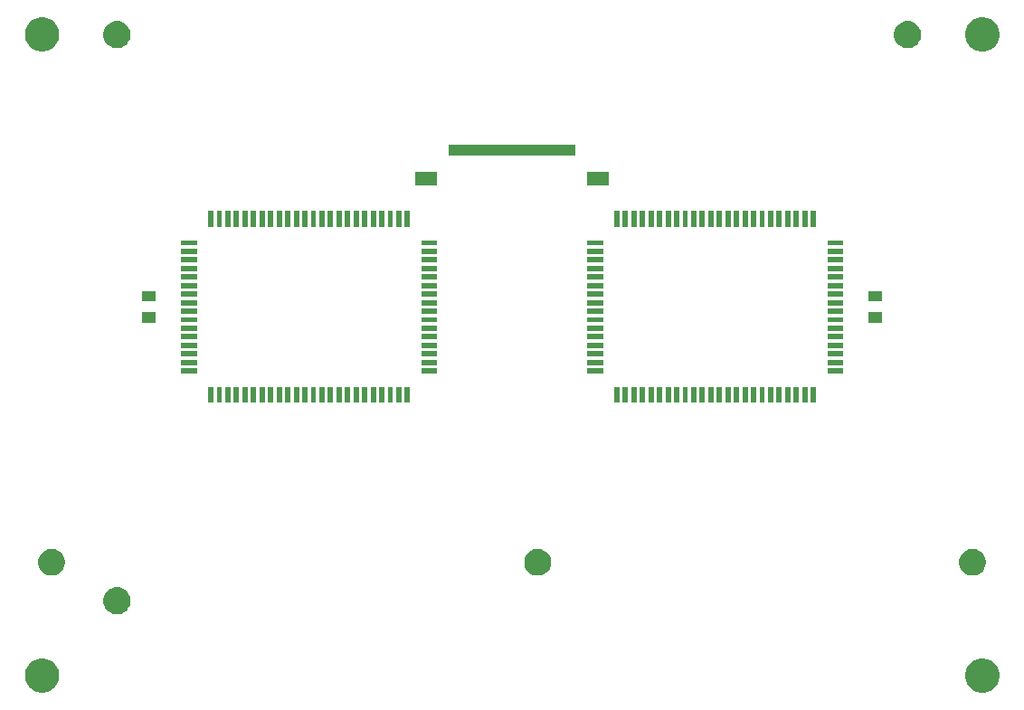
<source format=gbr>
G04 #@! TF.GenerationSoftware,KiCad,Pcbnew,5.0.2-bee76a0~70~ubuntu18.04.1*
G04 #@! TF.CreationDate,2020-07-02T17:28:08+02:00*
G04 #@! TF.ProjectId,ModulAdapter,4d6f6475-6c41-4646-9170-7465722e6b69,rev?*
G04 #@! TF.SameCoordinates,Original*
G04 #@! TF.FileFunction,Soldermask,Bot*
G04 #@! TF.FilePolarity,Negative*
%FSLAX46Y46*%
G04 Gerber Fmt 4.6, Leading zero omitted, Abs format (unit mm)*
G04 Created by KiCad (PCBNEW 5.0.2-bee76a0~70~ubuntu18.04.1) date Do 02 Jul 2020 17:28:08 CEST*
%MOMM*%
%LPD*%
G01*
G04 APERTURE LIST*
%ADD10C,0.100000*%
G04 APERTURE END LIST*
D10*
G36*
X144466703Y-132461486D02*
X144757883Y-132582097D01*
X145019944Y-132757201D01*
X145242799Y-132980056D01*
X145417903Y-133242117D01*
X145538514Y-133533297D01*
X145600000Y-133842412D01*
X145600000Y-134157588D01*
X145538514Y-134466703D01*
X145417903Y-134757883D01*
X145242799Y-135019944D01*
X145019944Y-135242799D01*
X144757883Y-135417903D01*
X144466703Y-135538514D01*
X144157588Y-135600000D01*
X143842412Y-135600000D01*
X143533297Y-135538514D01*
X143242117Y-135417903D01*
X142980056Y-135242799D01*
X142757201Y-135019944D01*
X142582097Y-134757883D01*
X142461486Y-134466703D01*
X142400000Y-134157588D01*
X142400000Y-133842412D01*
X142461486Y-133533297D01*
X142582097Y-133242117D01*
X142757201Y-132980056D01*
X142980056Y-132757201D01*
X143242117Y-132582097D01*
X143533297Y-132461486D01*
X143842412Y-132400000D01*
X144157588Y-132400000D01*
X144466703Y-132461486D01*
X144466703Y-132461486D01*
G37*
G36*
X56466703Y-132461486D02*
X56757883Y-132582097D01*
X57019944Y-132757201D01*
X57242799Y-132980056D01*
X57417903Y-133242117D01*
X57538514Y-133533297D01*
X57600000Y-133842412D01*
X57600000Y-134157588D01*
X57538514Y-134466703D01*
X57417903Y-134757883D01*
X57242799Y-135019944D01*
X57019944Y-135242799D01*
X56757883Y-135417903D01*
X56466703Y-135538514D01*
X56157588Y-135600000D01*
X55842412Y-135600000D01*
X55533297Y-135538514D01*
X55242117Y-135417903D01*
X54980056Y-135242799D01*
X54757201Y-135019944D01*
X54582097Y-134757883D01*
X54461486Y-134466703D01*
X54400000Y-134157588D01*
X54400000Y-133842412D01*
X54461486Y-133533297D01*
X54582097Y-133242117D01*
X54757201Y-132980056D01*
X54980056Y-132757201D01*
X55242117Y-132582097D01*
X55533297Y-132461486D01*
X55842412Y-132400000D01*
X56157588Y-132400000D01*
X56466703Y-132461486D01*
X56466703Y-132461486D01*
G37*
G36*
X63247764Y-125754402D02*
X63370445Y-125778805D01*
X63601571Y-125874541D01*
X63809581Y-126013529D01*
X63986471Y-126190419D01*
X63986473Y-126190422D01*
X64125459Y-126398429D01*
X64221195Y-126629555D01*
X64270000Y-126874916D01*
X64270000Y-127125084D01*
X64221195Y-127370445D01*
X64125459Y-127601571D01*
X63986471Y-127809581D01*
X63809581Y-127986471D01*
X63809578Y-127986473D01*
X63601571Y-128125459D01*
X63370445Y-128221195D01*
X63247765Y-128245597D01*
X63125086Y-128270000D01*
X62874914Y-128270000D01*
X62752235Y-128245597D01*
X62629555Y-128221195D01*
X62398429Y-128125459D01*
X62190422Y-127986473D01*
X62190419Y-127986471D01*
X62013529Y-127809581D01*
X61874541Y-127601571D01*
X61778805Y-127370445D01*
X61730000Y-127125084D01*
X61730000Y-126874916D01*
X61778805Y-126629555D01*
X61874541Y-126398429D01*
X62013527Y-126190422D01*
X62013529Y-126190419D01*
X62190419Y-126013529D01*
X62398429Y-125874541D01*
X62629555Y-125778805D01*
X62752236Y-125754402D01*
X62874914Y-125730000D01*
X63125086Y-125730000D01*
X63247764Y-125754402D01*
X63247764Y-125754402D01*
G37*
G36*
X57264612Y-122198037D02*
X57492096Y-122292264D01*
X57696831Y-122429064D01*
X57870936Y-122603169D01*
X58007736Y-122807904D01*
X58101963Y-123035388D01*
X58150000Y-123276885D01*
X58150000Y-123523115D01*
X58101963Y-123764612D01*
X58007736Y-123992096D01*
X57870936Y-124196831D01*
X57696831Y-124370936D01*
X57492096Y-124507736D01*
X57264612Y-124601963D01*
X57023115Y-124650000D01*
X56776885Y-124650000D01*
X56535388Y-124601963D01*
X56307904Y-124507736D01*
X56103169Y-124370936D01*
X55929064Y-124196831D01*
X55792264Y-123992096D01*
X55698037Y-123764612D01*
X55650000Y-123523115D01*
X55650000Y-123276885D01*
X55698037Y-123035388D01*
X55792264Y-122807904D01*
X55929064Y-122603169D01*
X56103169Y-122429064D01*
X56307904Y-122292264D01*
X56535388Y-122198037D01*
X56776885Y-122150000D01*
X57023115Y-122150000D01*
X57264612Y-122198037D01*
X57264612Y-122198037D01*
G37*
G36*
X143464612Y-122198037D02*
X143692096Y-122292264D01*
X143896831Y-122429064D01*
X144070936Y-122603169D01*
X144207736Y-122807904D01*
X144301963Y-123035388D01*
X144350000Y-123276885D01*
X144350000Y-123523115D01*
X144301963Y-123764612D01*
X144207736Y-123992096D01*
X144070936Y-124196831D01*
X143896831Y-124370936D01*
X143692096Y-124507736D01*
X143464612Y-124601963D01*
X143223115Y-124650000D01*
X142976885Y-124650000D01*
X142735388Y-124601963D01*
X142507904Y-124507736D01*
X142303169Y-124370936D01*
X142129064Y-124196831D01*
X141992264Y-123992096D01*
X141898037Y-123764612D01*
X141850000Y-123523115D01*
X141850000Y-123276885D01*
X141898037Y-123035388D01*
X141992264Y-122807904D01*
X142129064Y-122603169D01*
X142303169Y-122429064D01*
X142507904Y-122292264D01*
X142735388Y-122198037D01*
X142976885Y-122150000D01*
X143223115Y-122150000D01*
X143464612Y-122198037D01*
X143464612Y-122198037D01*
G37*
G36*
X102764612Y-122198037D02*
X102992096Y-122292264D01*
X103196831Y-122429064D01*
X103370936Y-122603169D01*
X103507736Y-122807904D01*
X103601963Y-123035388D01*
X103650000Y-123276885D01*
X103650000Y-123523115D01*
X103601963Y-123764612D01*
X103507736Y-123992096D01*
X103370936Y-124196831D01*
X103196831Y-124370936D01*
X102992096Y-124507736D01*
X102764612Y-124601963D01*
X102523115Y-124650000D01*
X102276885Y-124650000D01*
X102035388Y-124601963D01*
X101807904Y-124507736D01*
X101603169Y-124370936D01*
X101429064Y-124196831D01*
X101292264Y-123992096D01*
X101198037Y-123764612D01*
X101150000Y-123523115D01*
X101150000Y-123276885D01*
X101198037Y-123035388D01*
X101292264Y-122807904D01*
X101429064Y-122603169D01*
X101603169Y-122429064D01*
X101807904Y-122292264D01*
X102035388Y-122198037D01*
X102276885Y-122150000D01*
X102523115Y-122150000D01*
X102764612Y-122198037D01*
X102764612Y-122198037D01*
G37*
G36*
X113250000Y-108480000D02*
X112750000Y-108480000D01*
X112750000Y-107000000D01*
X113250000Y-107000000D01*
X113250000Y-108480000D01*
X113250000Y-108480000D01*
G37*
G36*
X86450000Y-108480000D02*
X85950000Y-108480000D01*
X85950000Y-107000000D01*
X86450000Y-107000000D01*
X86450000Y-108480000D01*
X86450000Y-108480000D01*
G37*
G36*
X112450000Y-108480000D02*
X111950000Y-108480000D01*
X111950000Y-107000000D01*
X112450000Y-107000000D01*
X112450000Y-108480000D01*
X112450000Y-108480000D01*
G37*
G36*
X111650000Y-108480000D02*
X111150000Y-108480000D01*
X111150000Y-107000000D01*
X111650000Y-107000000D01*
X111650000Y-108480000D01*
X111650000Y-108480000D01*
G37*
G36*
X110850000Y-108480000D02*
X110350000Y-108480000D01*
X110350000Y-107000000D01*
X110850000Y-107000000D01*
X110850000Y-108480000D01*
X110850000Y-108480000D01*
G37*
G36*
X110050000Y-108480000D02*
X109550000Y-108480000D01*
X109550000Y-107000000D01*
X110050000Y-107000000D01*
X110050000Y-108480000D01*
X110050000Y-108480000D01*
G37*
G36*
X90450000Y-108480000D02*
X89950000Y-108480000D01*
X89950000Y-107000000D01*
X90450000Y-107000000D01*
X90450000Y-108480000D01*
X90450000Y-108480000D01*
G37*
G36*
X89650000Y-108480000D02*
X89150000Y-108480000D01*
X89150000Y-107000000D01*
X89650000Y-107000000D01*
X89650000Y-108480000D01*
X89650000Y-108480000D01*
G37*
G36*
X88850000Y-108480000D02*
X88350000Y-108480000D01*
X88350000Y-107000000D01*
X88850000Y-107000000D01*
X88850000Y-108480000D01*
X88850000Y-108480000D01*
G37*
G36*
X88050000Y-108480000D02*
X87550000Y-108480000D01*
X87550000Y-107000000D01*
X88050000Y-107000000D01*
X88050000Y-108480000D01*
X88050000Y-108480000D01*
G37*
G36*
X87250000Y-108480000D02*
X86750000Y-108480000D01*
X86750000Y-107000000D01*
X87250000Y-107000000D01*
X87250000Y-108480000D01*
X87250000Y-108480000D01*
G37*
G36*
X117250000Y-108480000D02*
X116750000Y-108480000D01*
X116750000Y-107000000D01*
X117250000Y-107000000D01*
X117250000Y-108480000D01*
X117250000Y-108480000D01*
G37*
G36*
X125250000Y-108480000D02*
X124750000Y-108480000D01*
X124750000Y-107000000D01*
X125250000Y-107000000D01*
X125250000Y-108480000D01*
X125250000Y-108480000D01*
G37*
G36*
X114850000Y-108480000D02*
X114350000Y-108480000D01*
X114350000Y-107000000D01*
X114850000Y-107000000D01*
X114850000Y-108480000D01*
X114850000Y-108480000D01*
G37*
G36*
X115650000Y-108480000D02*
X115150000Y-108480000D01*
X115150000Y-107000000D01*
X115650000Y-107000000D01*
X115650000Y-108480000D01*
X115650000Y-108480000D01*
G37*
G36*
X116450000Y-108480000D02*
X115950000Y-108480000D01*
X115950000Y-107000000D01*
X116450000Y-107000000D01*
X116450000Y-108480000D01*
X116450000Y-108480000D01*
G37*
G36*
X118050000Y-108480000D02*
X117550000Y-108480000D01*
X117550000Y-107000000D01*
X118050000Y-107000000D01*
X118050000Y-108480000D01*
X118050000Y-108480000D01*
G37*
G36*
X118850000Y-108480000D02*
X118350000Y-108480000D01*
X118350000Y-107000000D01*
X118850000Y-107000000D01*
X118850000Y-108480000D01*
X118850000Y-108480000D01*
G37*
G36*
X119650000Y-108480000D02*
X119150000Y-108480000D01*
X119150000Y-107000000D01*
X119650000Y-107000000D01*
X119650000Y-108480000D01*
X119650000Y-108480000D01*
G37*
G36*
X120450000Y-108480000D02*
X119950000Y-108480000D01*
X119950000Y-107000000D01*
X120450000Y-107000000D01*
X120450000Y-108480000D01*
X120450000Y-108480000D01*
G37*
G36*
X121250000Y-108480000D02*
X120750000Y-108480000D01*
X120750000Y-107000000D01*
X121250000Y-107000000D01*
X121250000Y-108480000D01*
X121250000Y-108480000D01*
G37*
G36*
X122050000Y-108480000D02*
X121550000Y-108480000D01*
X121550000Y-107000000D01*
X122050000Y-107000000D01*
X122050000Y-108480000D01*
X122050000Y-108480000D01*
G37*
G36*
X122850000Y-108480000D02*
X122350000Y-108480000D01*
X122350000Y-107000000D01*
X122850000Y-107000000D01*
X122850000Y-108480000D01*
X122850000Y-108480000D01*
G37*
G36*
X123650000Y-108480000D02*
X123150000Y-108480000D01*
X123150000Y-107000000D01*
X123650000Y-107000000D01*
X123650000Y-108480000D01*
X123650000Y-108480000D01*
G37*
G36*
X80050000Y-108480000D02*
X79550000Y-108480000D01*
X79550000Y-107000000D01*
X80050000Y-107000000D01*
X80050000Y-108480000D01*
X80050000Y-108480000D01*
G37*
G36*
X85650000Y-108480000D02*
X85150000Y-108480000D01*
X85150000Y-107000000D01*
X85650000Y-107000000D01*
X85650000Y-108480000D01*
X85650000Y-108480000D01*
G37*
G36*
X76850000Y-108480000D02*
X76350000Y-108480000D01*
X76350000Y-107000000D01*
X76850000Y-107000000D01*
X76850000Y-108480000D01*
X76850000Y-108480000D01*
G37*
G36*
X80850000Y-108480000D02*
X80350000Y-108480000D01*
X80350000Y-107000000D01*
X80850000Y-107000000D01*
X80850000Y-108480000D01*
X80850000Y-108480000D01*
G37*
G36*
X81650000Y-108480000D02*
X81150000Y-108480000D01*
X81150000Y-107000000D01*
X81650000Y-107000000D01*
X81650000Y-108480000D01*
X81650000Y-108480000D01*
G37*
G36*
X82450000Y-108480000D02*
X81950000Y-108480000D01*
X81950000Y-107000000D01*
X82450000Y-107000000D01*
X82450000Y-108480000D01*
X82450000Y-108480000D01*
G37*
G36*
X83250000Y-108480000D02*
X82750000Y-108480000D01*
X82750000Y-107000000D01*
X83250000Y-107000000D01*
X83250000Y-108480000D01*
X83250000Y-108480000D01*
G37*
G36*
X128450000Y-108480000D02*
X127950000Y-108480000D01*
X127950000Y-107000000D01*
X128450000Y-107000000D01*
X128450000Y-108480000D01*
X128450000Y-108480000D01*
G37*
G36*
X127650000Y-108480000D02*
X127150000Y-108480000D01*
X127150000Y-107000000D01*
X127650000Y-107000000D01*
X127650000Y-108480000D01*
X127650000Y-108480000D01*
G37*
G36*
X126850000Y-108480000D02*
X126350000Y-108480000D01*
X126350000Y-107000000D01*
X126850000Y-107000000D01*
X126850000Y-108480000D01*
X126850000Y-108480000D01*
G37*
G36*
X126050000Y-108480000D02*
X125550000Y-108480000D01*
X125550000Y-107000000D01*
X126050000Y-107000000D01*
X126050000Y-108480000D01*
X126050000Y-108480000D01*
G37*
G36*
X79250000Y-108480000D02*
X78750000Y-108480000D01*
X78750000Y-107000000D01*
X79250000Y-107000000D01*
X79250000Y-108480000D01*
X79250000Y-108480000D01*
G37*
G36*
X72050000Y-108480000D02*
X71550000Y-108480000D01*
X71550000Y-107000000D01*
X72050000Y-107000000D01*
X72050000Y-108480000D01*
X72050000Y-108480000D01*
G37*
G36*
X84850000Y-108480000D02*
X84350000Y-108480000D01*
X84350000Y-107000000D01*
X84850000Y-107000000D01*
X84850000Y-108480000D01*
X84850000Y-108480000D01*
G37*
G36*
X114050000Y-108480000D02*
X113550000Y-108480000D01*
X113550000Y-107000000D01*
X114050000Y-107000000D01*
X114050000Y-108480000D01*
X114050000Y-108480000D01*
G37*
G36*
X84050000Y-108480000D02*
X83550000Y-108480000D01*
X83550000Y-107000000D01*
X84050000Y-107000000D01*
X84050000Y-108480000D01*
X84050000Y-108480000D01*
G37*
G36*
X78450000Y-108480000D02*
X77950000Y-108480000D01*
X77950000Y-107000000D01*
X78450000Y-107000000D01*
X78450000Y-108480000D01*
X78450000Y-108480000D01*
G37*
G36*
X72850000Y-108480000D02*
X72350000Y-108480000D01*
X72350000Y-107000000D01*
X72850000Y-107000000D01*
X72850000Y-108480000D01*
X72850000Y-108480000D01*
G37*
G36*
X73650000Y-108480000D02*
X73150000Y-108480000D01*
X73150000Y-107000000D01*
X73650000Y-107000000D01*
X73650000Y-108480000D01*
X73650000Y-108480000D01*
G37*
G36*
X74450000Y-108480000D02*
X73950000Y-108480000D01*
X73950000Y-107000000D01*
X74450000Y-107000000D01*
X74450000Y-108480000D01*
X74450000Y-108480000D01*
G37*
G36*
X75250000Y-108480000D02*
X74750000Y-108480000D01*
X74750000Y-107000000D01*
X75250000Y-107000000D01*
X75250000Y-108480000D01*
X75250000Y-108480000D01*
G37*
G36*
X76050000Y-108480000D02*
X75550000Y-108480000D01*
X75550000Y-107000000D01*
X76050000Y-107000000D01*
X76050000Y-108480000D01*
X76050000Y-108480000D01*
G37*
G36*
X124450000Y-108480000D02*
X123950000Y-108480000D01*
X123950000Y-107000000D01*
X124450000Y-107000000D01*
X124450000Y-108480000D01*
X124450000Y-108480000D01*
G37*
G36*
X77650000Y-108480000D02*
X77150000Y-108480000D01*
X77150000Y-107000000D01*
X77650000Y-107000000D01*
X77650000Y-108480000D01*
X77650000Y-108480000D01*
G37*
G36*
X108500000Y-105750000D02*
X107020000Y-105750000D01*
X107020000Y-105250000D01*
X108500000Y-105250000D01*
X108500000Y-105750000D01*
X108500000Y-105750000D01*
G37*
G36*
X92980000Y-105750000D02*
X91500000Y-105750000D01*
X91500000Y-105250000D01*
X92980000Y-105250000D01*
X92980000Y-105750000D01*
X92980000Y-105750000D01*
G37*
G36*
X130980000Y-105750000D02*
X129500000Y-105750000D01*
X129500000Y-105250000D01*
X130980000Y-105250000D01*
X130980000Y-105750000D01*
X130980000Y-105750000D01*
G37*
G36*
X70500000Y-105750000D02*
X69020000Y-105750000D01*
X69020000Y-105250000D01*
X70500000Y-105250000D01*
X70500000Y-105750000D01*
X70500000Y-105750000D01*
G37*
G36*
X108500000Y-104950000D02*
X107020000Y-104950000D01*
X107020000Y-104450000D01*
X108500000Y-104450000D01*
X108500000Y-104950000D01*
X108500000Y-104950000D01*
G37*
G36*
X130980000Y-104950000D02*
X129500000Y-104950000D01*
X129500000Y-104450000D01*
X130980000Y-104450000D01*
X130980000Y-104950000D01*
X130980000Y-104950000D01*
G37*
G36*
X70500000Y-104950000D02*
X69020000Y-104950000D01*
X69020000Y-104450000D01*
X70500000Y-104450000D01*
X70500000Y-104950000D01*
X70500000Y-104950000D01*
G37*
G36*
X92980000Y-104950000D02*
X91500000Y-104950000D01*
X91500000Y-104450000D01*
X92980000Y-104450000D01*
X92980000Y-104950000D01*
X92980000Y-104950000D01*
G37*
G36*
X70500000Y-104150000D02*
X69020000Y-104150000D01*
X69020000Y-103650000D01*
X70500000Y-103650000D01*
X70500000Y-104150000D01*
X70500000Y-104150000D01*
G37*
G36*
X130980000Y-104150000D02*
X129500000Y-104150000D01*
X129500000Y-103650000D01*
X130980000Y-103650000D01*
X130980000Y-104150000D01*
X130980000Y-104150000D01*
G37*
G36*
X92980000Y-104150000D02*
X91500000Y-104150000D01*
X91500000Y-103650000D01*
X92980000Y-103650000D01*
X92980000Y-104150000D01*
X92980000Y-104150000D01*
G37*
G36*
X108500000Y-104150000D02*
X107020000Y-104150000D01*
X107020000Y-103650000D01*
X108500000Y-103650000D01*
X108500000Y-104150000D01*
X108500000Y-104150000D01*
G37*
G36*
X108500000Y-103350000D02*
X107020000Y-103350000D01*
X107020000Y-102850000D01*
X108500000Y-102850000D01*
X108500000Y-103350000D01*
X108500000Y-103350000D01*
G37*
G36*
X70500000Y-103350000D02*
X69020000Y-103350000D01*
X69020000Y-102850000D01*
X70500000Y-102850000D01*
X70500000Y-103350000D01*
X70500000Y-103350000D01*
G37*
G36*
X92980000Y-103350000D02*
X91500000Y-103350000D01*
X91500000Y-102850000D01*
X92980000Y-102850000D01*
X92980000Y-103350000D01*
X92980000Y-103350000D01*
G37*
G36*
X130980000Y-103350000D02*
X129500000Y-103350000D01*
X129500000Y-102850000D01*
X130980000Y-102850000D01*
X130980000Y-103350000D01*
X130980000Y-103350000D01*
G37*
G36*
X108500000Y-102550000D02*
X107020000Y-102550000D01*
X107020000Y-102050000D01*
X108500000Y-102050000D01*
X108500000Y-102550000D01*
X108500000Y-102550000D01*
G37*
G36*
X92980000Y-102550000D02*
X91500000Y-102550000D01*
X91500000Y-102050000D01*
X92980000Y-102050000D01*
X92980000Y-102550000D01*
X92980000Y-102550000D01*
G37*
G36*
X70500000Y-102550000D02*
X69020000Y-102550000D01*
X69020000Y-102050000D01*
X70500000Y-102050000D01*
X70500000Y-102550000D01*
X70500000Y-102550000D01*
G37*
G36*
X130980000Y-102550000D02*
X129500000Y-102550000D01*
X129500000Y-102050000D01*
X130980000Y-102050000D01*
X130980000Y-102550000D01*
X130980000Y-102550000D01*
G37*
G36*
X130980000Y-101750000D02*
X129500000Y-101750000D01*
X129500000Y-101250000D01*
X130980000Y-101250000D01*
X130980000Y-101750000D01*
X130980000Y-101750000D01*
G37*
G36*
X92980000Y-101750000D02*
X91500000Y-101750000D01*
X91500000Y-101250000D01*
X92980000Y-101250000D01*
X92980000Y-101750000D01*
X92980000Y-101750000D01*
G37*
G36*
X108500000Y-101750000D02*
X107020000Y-101750000D01*
X107020000Y-101250000D01*
X108500000Y-101250000D01*
X108500000Y-101750000D01*
X108500000Y-101750000D01*
G37*
G36*
X70500000Y-101750000D02*
X69020000Y-101750000D01*
X69020000Y-101250000D01*
X70500000Y-101250000D01*
X70500000Y-101750000D01*
X70500000Y-101750000D01*
G37*
G36*
X66625000Y-101000000D02*
X65375000Y-101000000D01*
X65375000Y-100000000D01*
X66625000Y-100000000D01*
X66625000Y-101000000D01*
X66625000Y-101000000D01*
G37*
G36*
X134625000Y-101000000D02*
X133375000Y-101000000D01*
X133375000Y-100000000D01*
X134625000Y-100000000D01*
X134625000Y-101000000D01*
X134625000Y-101000000D01*
G37*
G36*
X70500000Y-100950000D02*
X69020000Y-100950000D01*
X69020000Y-100450000D01*
X70500000Y-100450000D01*
X70500000Y-100950000D01*
X70500000Y-100950000D01*
G37*
G36*
X92980000Y-100950000D02*
X91500000Y-100950000D01*
X91500000Y-100450000D01*
X92980000Y-100450000D01*
X92980000Y-100950000D01*
X92980000Y-100950000D01*
G37*
G36*
X130980000Y-100950000D02*
X129500000Y-100950000D01*
X129500000Y-100450000D01*
X130980000Y-100450000D01*
X130980000Y-100950000D01*
X130980000Y-100950000D01*
G37*
G36*
X108500000Y-100950000D02*
X107020000Y-100950000D01*
X107020000Y-100450000D01*
X108500000Y-100450000D01*
X108500000Y-100950000D01*
X108500000Y-100950000D01*
G37*
G36*
X108500000Y-100150000D02*
X107020000Y-100150000D01*
X107020000Y-99650000D01*
X108500000Y-99650000D01*
X108500000Y-100150000D01*
X108500000Y-100150000D01*
G37*
G36*
X130980000Y-100150000D02*
X129500000Y-100150000D01*
X129500000Y-99650000D01*
X130980000Y-99650000D01*
X130980000Y-100150000D01*
X130980000Y-100150000D01*
G37*
G36*
X70500000Y-100150000D02*
X69020000Y-100150000D01*
X69020000Y-99650000D01*
X70500000Y-99650000D01*
X70500000Y-100150000D01*
X70500000Y-100150000D01*
G37*
G36*
X92980000Y-100150000D02*
X91500000Y-100150000D01*
X91500000Y-99650000D01*
X92980000Y-99650000D01*
X92980000Y-100150000D01*
X92980000Y-100150000D01*
G37*
G36*
X130980000Y-99350000D02*
X129500000Y-99350000D01*
X129500000Y-98850000D01*
X130980000Y-98850000D01*
X130980000Y-99350000D01*
X130980000Y-99350000D01*
G37*
G36*
X70500000Y-99350000D02*
X69020000Y-99350000D01*
X69020000Y-98850000D01*
X70500000Y-98850000D01*
X70500000Y-99350000D01*
X70500000Y-99350000D01*
G37*
G36*
X108500000Y-99350000D02*
X107020000Y-99350000D01*
X107020000Y-98850000D01*
X108500000Y-98850000D01*
X108500000Y-99350000D01*
X108500000Y-99350000D01*
G37*
G36*
X92980000Y-99350000D02*
X91500000Y-99350000D01*
X91500000Y-98850000D01*
X92980000Y-98850000D01*
X92980000Y-99350000D01*
X92980000Y-99350000D01*
G37*
G36*
X66625000Y-99000000D02*
X65375000Y-99000000D01*
X65375000Y-98000000D01*
X66625000Y-98000000D01*
X66625000Y-99000000D01*
X66625000Y-99000000D01*
G37*
G36*
X134625000Y-99000000D02*
X133375000Y-99000000D01*
X133375000Y-98000000D01*
X134625000Y-98000000D01*
X134625000Y-99000000D01*
X134625000Y-99000000D01*
G37*
G36*
X130980000Y-98550000D02*
X129500000Y-98550000D01*
X129500000Y-98050000D01*
X130980000Y-98050000D01*
X130980000Y-98550000D01*
X130980000Y-98550000D01*
G37*
G36*
X70500000Y-98550000D02*
X69020000Y-98550000D01*
X69020000Y-98050000D01*
X70500000Y-98050000D01*
X70500000Y-98550000D01*
X70500000Y-98550000D01*
G37*
G36*
X92980000Y-98550000D02*
X91500000Y-98550000D01*
X91500000Y-98050000D01*
X92980000Y-98050000D01*
X92980000Y-98550000D01*
X92980000Y-98550000D01*
G37*
G36*
X108500000Y-98550000D02*
X107020000Y-98550000D01*
X107020000Y-98050000D01*
X108500000Y-98050000D01*
X108500000Y-98550000D01*
X108500000Y-98550000D01*
G37*
G36*
X130980000Y-97750000D02*
X129500000Y-97750000D01*
X129500000Y-97250000D01*
X130980000Y-97250000D01*
X130980000Y-97750000D01*
X130980000Y-97750000D01*
G37*
G36*
X70500000Y-97750000D02*
X69020000Y-97750000D01*
X69020000Y-97250000D01*
X70500000Y-97250000D01*
X70500000Y-97750000D01*
X70500000Y-97750000D01*
G37*
G36*
X108500000Y-97750000D02*
X107020000Y-97750000D01*
X107020000Y-97250000D01*
X108500000Y-97250000D01*
X108500000Y-97750000D01*
X108500000Y-97750000D01*
G37*
G36*
X92980000Y-97750000D02*
X91500000Y-97750000D01*
X91500000Y-97250000D01*
X92980000Y-97250000D01*
X92980000Y-97750000D01*
X92980000Y-97750000D01*
G37*
G36*
X130980000Y-96950000D02*
X129500000Y-96950000D01*
X129500000Y-96450000D01*
X130980000Y-96450000D01*
X130980000Y-96950000D01*
X130980000Y-96950000D01*
G37*
G36*
X70500000Y-96950000D02*
X69020000Y-96950000D01*
X69020000Y-96450000D01*
X70500000Y-96450000D01*
X70500000Y-96950000D01*
X70500000Y-96950000D01*
G37*
G36*
X108500000Y-96950000D02*
X107020000Y-96950000D01*
X107020000Y-96450000D01*
X108500000Y-96450000D01*
X108500000Y-96950000D01*
X108500000Y-96950000D01*
G37*
G36*
X92980000Y-96950000D02*
X91500000Y-96950000D01*
X91500000Y-96450000D01*
X92980000Y-96450000D01*
X92980000Y-96950000D01*
X92980000Y-96950000D01*
G37*
G36*
X130980000Y-96150000D02*
X129500000Y-96150000D01*
X129500000Y-95650000D01*
X130980000Y-95650000D01*
X130980000Y-96150000D01*
X130980000Y-96150000D01*
G37*
G36*
X92980000Y-96150000D02*
X91500000Y-96150000D01*
X91500000Y-95650000D01*
X92980000Y-95650000D01*
X92980000Y-96150000D01*
X92980000Y-96150000D01*
G37*
G36*
X70500000Y-96150000D02*
X69020000Y-96150000D01*
X69020000Y-95650000D01*
X70500000Y-95650000D01*
X70500000Y-96150000D01*
X70500000Y-96150000D01*
G37*
G36*
X108500000Y-96150000D02*
X107020000Y-96150000D01*
X107020000Y-95650000D01*
X108500000Y-95650000D01*
X108500000Y-96150000D01*
X108500000Y-96150000D01*
G37*
G36*
X108500000Y-95350000D02*
X107020000Y-95350000D01*
X107020000Y-94850000D01*
X108500000Y-94850000D01*
X108500000Y-95350000D01*
X108500000Y-95350000D01*
G37*
G36*
X130980000Y-95350000D02*
X129500000Y-95350000D01*
X129500000Y-94850000D01*
X130980000Y-94850000D01*
X130980000Y-95350000D01*
X130980000Y-95350000D01*
G37*
G36*
X92980000Y-95350000D02*
X91500000Y-95350000D01*
X91500000Y-94850000D01*
X92980000Y-94850000D01*
X92980000Y-95350000D01*
X92980000Y-95350000D01*
G37*
G36*
X70500000Y-95350000D02*
X69020000Y-95350000D01*
X69020000Y-94850000D01*
X70500000Y-94850000D01*
X70500000Y-95350000D01*
X70500000Y-95350000D01*
G37*
G36*
X70500000Y-94550000D02*
X69020000Y-94550000D01*
X69020000Y-94050000D01*
X70500000Y-94050000D01*
X70500000Y-94550000D01*
X70500000Y-94550000D01*
G37*
G36*
X130980000Y-94550000D02*
X129500000Y-94550000D01*
X129500000Y-94050000D01*
X130980000Y-94050000D01*
X130980000Y-94550000D01*
X130980000Y-94550000D01*
G37*
G36*
X108500000Y-94550000D02*
X107020000Y-94550000D01*
X107020000Y-94050000D01*
X108500000Y-94050000D01*
X108500000Y-94550000D01*
X108500000Y-94550000D01*
G37*
G36*
X92980000Y-94550000D02*
X91500000Y-94550000D01*
X91500000Y-94050000D01*
X92980000Y-94050000D01*
X92980000Y-94550000D01*
X92980000Y-94550000D01*
G37*
G36*
X130980000Y-93750000D02*
X129500000Y-93750000D01*
X129500000Y-93250000D01*
X130980000Y-93250000D01*
X130980000Y-93750000D01*
X130980000Y-93750000D01*
G37*
G36*
X92980000Y-93750000D02*
X91500000Y-93750000D01*
X91500000Y-93250000D01*
X92980000Y-93250000D01*
X92980000Y-93750000D01*
X92980000Y-93750000D01*
G37*
G36*
X70500000Y-93750000D02*
X69020000Y-93750000D01*
X69020000Y-93250000D01*
X70500000Y-93250000D01*
X70500000Y-93750000D01*
X70500000Y-93750000D01*
G37*
G36*
X108500000Y-93750000D02*
X107020000Y-93750000D01*
X107020000Y-93250000D01*
X108500000Y-93250000D01*
X108500000Y-93750000D01*
X108500000Y-93750000D01*
G37*
G36*
X113250000Y-92000000D02*
X112750000Y-92000000D01*
X112750000Y-90520000D01*
X113250000Y-90520000D01*
X113250000Y-92000000D01*
X113250000Y-92000000D01*
G37*
G36*
X112450000Y-92000000D02*
X111950000Y-92000000D01*
X111950000Y-90520000D01*
X112450000Y-90520000D01*
X112450000Y-92000000D01*
X112450000Y-92000000D01*
G37*
G36*
X111650000Y-92000000D02*
X111150000Y-92000000D01*
X111150000Y-90520000D01*
X111650000Y-90520000D01*
X111650000Y-92000000D01*
X111650000Y-92000000D01*
G37*
G36*
X110850000Y-92000000D02*
X110350000Y-92000000D01*
X110350000Y-90520000D01*
X110850000Y-90520000D01*
X110850000Y-92000000D01*
X110850000Y-92000000D01*
G37*
G36*
X110050000Y-92000000D02*
X109550000Y-92000000D01*
X109550000Y-90520000D01*
X110050000Y-90520000D01*
X110050000Y-92000000D01*
X110050000Y-92000000D01*
G37*
G36*
X114050000Y-92000000D02*
X113550000Y-92000000D01*
X113550000Y-90520000D01*
X114050000Y-90520000D01*
X114050000Y-92000000D01*
X114050000Y-92000000D01*
G37*
G36*
X121250000Y-92000000D02*
X120750000Y-92000000D01*
X120750000Y-90520000D01*
X121250000Y-90520000D01*
X121250000Y-92000000D01*
X121250000Y-92000000D01*
G37*
G36*
X128450000Y-92000000D02*
X127950000Y-92000000D01*
X127950000Y-90520000D01*
X128450000Y-90520000D01*
X128450000Y-92000000D01*
X128450000Y-92000000D01*
G37*
G36*
X127650000Y-92000000D02*
X127150000Y-92000000D01*
X127150000Y-90520000D01*
X127650000Y-90520000D01*
X127650000Y-92000000D01*
X127650000Y-92000000D01*
G37*
G36*
X126850000Y-92000000D02*
X126350000Y-92000000D01*
X126350000Y-90520000D01*
X126850000Y-90520000D01*
X126850000Y-92000000D01*
X126850000Y-92000000D01*
G37*
G36*
X126050000Y-92000000D02*
X125550000Y-92000000D01*
X125550000Y-90520000D01*
X126050000Y-90520000D01*
X126050000Y-92000000D01*
X126050000Y-92000000D01*
G37*
G36*
X125250000Y-92000000D02*
X124750000Y-92000000D01*
X124750000Y-90520000D01*
X125250000Y-90520000D01*
X125250000Y-92000000D01*
X125250000Y-92000000D01*
G37*
G36*
X83250000Y-92000000D02*
X82750000Y-92000000D01*
X82750000Y-90520000D01*
X83250000Y-90520000D01*
X83250000Y-92000000D01*
X83250000Y-92000000D01*
G37*
G36*
X124450000Y-92000000D02*
X123950000Y-92000000D01*
X123950000Y-90520000D01*
X124450000Y-90520000D01*
X124450000Y-92000000D01*
X124450000Y-92000000D01*
G37*
G36*
X123650000Y-92000000D02*
X123150000Y-92000000D01*
X123150000Y-90520000D01*
X123650000Y-90520000D01*
X123650000Y-92000000D01*
X123650000Y-92000000D01*
G37*
G36*
X122850000Y-92000000D02*
X122350000Y-92000000D01*
X122350000Y-90520000D01*
X122850000Y-90520000D01*
X122850000Y-92000000D01*
X122850000Y-92000000D01*
G37*
G36*
X122050000Y-92000000D02*
X121550000Y-92000000D01*
X121550000Y-90520000D01*
X122050000Y-90520000D01*
X122050000Y-92000000D01*
X122050000Y-92000000D01*
G37*
G36*
X120450000Y-92000000D02*
X119950000Y-92000000D01*
X119950000Y-90520000D01*
X120450000Y-90520000D01*
X120450000Y-92000000D01*
X120450000Y-92000000D01*
G37*
G36*
X119650000Y-92000000D02*
X119150000Y-92000000D01*
X119150000Y-90520000D01*
X119650000Y-90520000D01*
X119650000Y-92000000D01*
X119650000Y-92000000D01*
G37*
G36*
X118850000Y-92000000D02*
X118350000Y-92000000D01*
X118350000Y-90520000D01*
X118850000Y-90520000D01*
X118850000Y-92000000D01*
X118850000Y-92000000D01*
G37*
G36*
X118050000Y-92000000D02*
X117550000Y-92000000D01*
X117550000Y-90520000D01*
X118050000Y-90520000D01*
X118050000Y-92000000D01*
X118050000Y-92000000D01*
G37*
G36*
X117250000Y-92000000D02*
X116750000Y-92000000D01*
X116750000Y-90520000D01*
X117250000Y-90520000D01*
X117250000Y-92000000D01*
X117250000Y-92000000D01*
G37*
G36*
X115650000Y-92000000D02*
X115150000Y-92000000D01*
X115150000Y-90520000D01*
X115650000Y-90520000D01*
X115650000Y-92000000D01*
X115650000Y-92000000D01*
G37*
G36*
X114850000Y-92000000D02*
X114350000Y-92000000D01*
X114350000Y-90520000D01*
X114850000Y-90520000D01*
X114850000Y-92000000D01*
X114850000Y-92000000D01*
G37*
G36*
X73650000Y-92000000D02*
X73150000Y-92000000D01*
X73150000Y-90520000D01*
X73650000Y-90520000D01*
X73650000Y-92000000D01*
X73650000Y-92000000D01*
G37*
G36*
X116450000Y-92000000D02*
X115950000Y-92000000D01*
X115950000Y-90520000D01*
X116450000Y-90520000D01*
X116450000Y-92000000D01*
X116450000Y-92000000D01*
G37*
G36*
X81650000Y-92000000D02*
X81150000Y-92000000D01*
X81150000Y-90520000D01*
X81650000Y-90520000D01*
X81650000Y-92000000D01*
X81650000Y-92000000D01*
G37*
G36*
X90450000Y-92000000D02*
X89950000Y-92000000D01*
X89950000Y-90520000D01*
X90450000Y-90520000D01*
X90450000Y-92000000D01*
X90450000Y-92000000D01*
G37*
G36*
X89650000Y-92000000D02*
X89150000Y-92000000D01*
X89150000Y-90520000D01*
X89650000Y-90520000D01*
X89650000Y-92000000D01*
X89650000Y-92000000D01*
G37*
G36*
X88850000Y-92000000D02*
X88350000Y-92000000D01*
X88350000Y-90520000D01*
X88850000Y-90520000D01*
X88850000Y-92000000D01*
X88850000Y-92000000D01*
G37*
G36*
X88050000Y-92000000D02*
X87550000Y-92000000D01*
X87550000Y-90520000D01*
X88050000Y-90520000D01*
X88050000Y-92000000D01*
X88050000Y-92000000D01*
G37*
G36*
X87250000Y-92000000D02*
X86750000Y-92000000D01*
X86750000Y-90520000D01*
X87250000Y-90520000D01*
X87250000Y-92000000D01*
X87250000Y-92000000D01*
G37*
G36*
X86450000Y-92000000D02*
X85950000Y-92000000D01*
X85950000Y-90520000D01*
X86450000Y-90520000D01*
X86450000Y-92000000D01*
X86450000Y-92000000D01*
G37*
G36*
X85650000Y-92000000D02*
X85150000Y-92000000D01*
X85150000Y-90520000D01*
X85650000Y-90520000D01*
X85650000Y-92000000D01*
X85650000Y-92000000D01*
G37*
G36*
X84850000Y-92000000D02*
X84350000Y-92000000D01*
X84350000Y-90520000D01*
X84850000Y-90520000D01*
X84850000Y-92000000D01*
X84850000Y-92000000D01*
G37*
G36*
X84050000Y-92000000D02*
X83550000Y-92000000D01*
X83550000Y-90520000D01*
X84050000Y-90520000D01*
X84050000Y-92000000D01*
X84050000Y-92000000D01*
G37*
G36*
X72050000Y-92000000D02*
X71550000Y-92000000D01*
X71550000Y-90520000D01*
X72050000Y-90520000D01*
X72050000Y-92000000D01*
X72050000Y-92000000D01*
G37*
G36*
X72850000Y-92000000D02*
X72350000Y-92000000D01*
X72350000Y-90520000D01*
X72850000Y-90520000D01*
X72850000Y-92000000D01*
X72850000Y-92000000D01*
G37*
G36*
X74450000Y-92000000D02*
X73950000Y-92000000D01*
X73950000Y-90520000D01*
X74450000Y-90520000D01*
X74450000Y-92000000D01*
X74450000Y-92000000D01*
G37*
G36*
X75250000Y-92000000D02*
X74750000Y-92000000D01*
X74750000Y-90520000D01*
X75250000Y-90520000D01*
X75250000Y-92000000D01*
X75250000Y-92000000D01*
G37*
G36*
X76050000Y-92000000D02*
X75550000Y-92000000D01*
X75550000Y-90520000D01*
X76050000Y-90520000D01*
X76050000Y-92000000D01*
X76050000Y-92000000D01*
G37*
G36*
X76850000Y-92000000D02*
X76350000Y-92000000D01*
X76350000Y-90520000D01*
X76850000Y-90520000D01*
X76850000Y-92000000D01*
X76850000Y-92000000D01*
G37*
G36*
X77650000Y-92000000D02*
X77150000Y-92000000D01*
X77150000Y-90520000D01*
X77650000Y-90520000D01*
X77650000Y-92000000D01*
X77650000Y-92000000D01*
G37*
G36*
X78450000Y-92000000D02*
X77950000Y-92000000D01*
X77950000Y-90520000D01*
X78450000Y-90520000D01*
X78450000Y-92000000D01*
X78450000Y-92000000D01*
G37*
G36*
X79250000Y-92000000D02*
X78750000Y-92000000D01*
X78750000Y-90520000D01*
X79250000Y-90520000D01*
X79250000Y-92000000D01*
X79250000Y-92000000D01*
G37*
G36*
X80050000Y-92000000D02*
X79550000Y-92000000D01*
X79550000Y-90520000D01*
X80050000Y-90520000D01*
X80050000Y-92000000D01*
X80050000Y-92000000D01*
G37*
G36*
X80850000Y-92000000D02*
X80350000Y-92000000D01*
X80350000Y-90520000D01*
X80850000Y-90520000D01*
X80850000Y-92000000D01*
X80850000Y-92000000D01*
G37*
G36*
X82450000Y-92000000D02*
X81950000Y-92000000D01*
X81950000Y-90520000D01*
X82450000Y-90520000D01*
X82450000Y-92000000D01*
X82450000Y-92000000D01*
G37*
G36*
X92950000Y-88150000D02*
X90950000Y-88150000D01*
X90950000Y-86850000D01*
X92950000Y-86850000D01*
X92950000Y-88150000D01*
X92950000Y-88150000D01*
G37*
G36*
X109050000Y-88150000D02*
X107050000Y-88150000D01*
X107050000Y-86850000D01*
X109050000Y-86850000D01*
X109050000Y-88150000D01*
X109050000Y-88150000D01*
G37*
G36*
X105900000Y-85300000D02*
X94100000Y-85300000D01*
X94100000Y-84300000D01*
X105900000Y-84300000D01*
X105900000Y-85300000D01*
X105900000Y-85300000D01*
G37*
G36*
X144466703Y-72461486D02*
X144757883Y-72582097D01*
X145019944Y-72757201D01*
X145242799Y-72980056D01*
X145417903Y-73242117D01*
X145538514Y-73533297D01*
X145600000Y-73842412D01*
X145600000Y-74157588D01*
X145538514Y-74466703D01*
X145417903Y-74757883D01*
X145242799Y-75019944D01*
X145019944Y-75242799D01*
X144757883Y-75417903D01*
X144466703Y-75538514D01*
X144157588Y-75600000D01*
X143842412Y-75600000D01*
X143533297Y-75538514D01*
X143242117Y-75417903D01*
X142980056Y-75242799D01*
X142757201Y-75019944D01*
X142582097Y-74757883D01*
X142461486Y-74466703D01*
X142400000Y-74157588D01*
X142400000Y-73842412D01*
X142461486Y-73533297D01*
X142582097Y-73242117D01*
X142757201Y-72980056D01*
X142980056Y-72757201D01*
X143242117Y-72582097D01*
X143533297Y-72461486D01*
X143842412Y-72400000D01*
X144157588Y-72400000D01*
X144466703Y-72461486D01*
X144466703Y-72461486D01*
G37*
G36*
X56466703Y-72461486D02*
X56757883Y-72582097D01*
X57019944Y-72757201D01*
X57242799Y-72980056D01*
X57417903Y-73242117D01*
X57538514Y-73533297D01*
X57600000Y-73842412D01*
X57600000Y-74157588D01*
X57538514Y-74466703D01*
X57417903Y-74757883D01*
X57242799Y-75019944D01*
X57019944Y-75242799D01*
X56757883Y-75417903D01*
X56466703Y-75538514D01*
X56157588Y-75600000D01*
X55842412Y-75600000D01*
X55533297Y-75538514D01*
X55242117Y-75417903D01*
X54980056Y-75242799D01*
X54757201Y-75019944D01*
X54582097Y-74757883D01*
X54461486Y-74466703D01*
X54400000Y-74157588D01*
X54400000Y-73842412D01*
X54461486Y-73533297D01*
X54582097Y-73242117D01*
X54757201Y-72980056D01*
X54980056Y-72757201D01*
X55242117Y-72582097D01*
X55533297Y-72461486D01*
X55842412Y-72400000D01*
X56157588Y-72400000D01*
X56466703Y-72461486D01*
X56466703Y-72461486D01*
G37*
G36*
X137247765Y-72754403D02*
X137370445Y-72778805D01*
X137601571Y-72874541D01*
X137809581Y-73013529D01*
X137986471Y-73190419D01*
X137986473Y-73190422D01*
X138125459Y-73398429D01*
X138221195Y-73629555D01*
X138270000Y-73874916D01*
X138270000Y-74125084D01*
X138221195Y-74370445D01*
X138181323Y-74466703D01*
X138125459Y-74601571D01*
X137986471Y-74809581D01*
X137809581Y-74986471D01*
X137809578Y-74986473D01*
X137601571Y-75125459D01*
X137370445Y-75221195D01*
X137247765Y-75245597D01*
X137125086Y-75270000D01*
X136874914Y-75270000D01*
X136752235Y-75245597D01*
X136629555Y-75221195D01*
X136398429Y-75125459D01*
X136190422Y-74986473D01*
X136190419Y-74986471D01*
X136013529Y-74809581D01*
X135874541Y-74601571D01*
X135818677Y-74466703D01*
X135778805Y-74370445D01*
X135730000Y-74125084D01*
X135730000Y-73874916D01*
X135778805Y-73629555D01*
X135874541Y-73398429D01*
X136013527Y-73190422D01*
X136013529Y-73190419D01*
X136190419Y-73013529D01*
X136398429Y-72874541D01*
X136629555Y-72778805D01*
X136752235Y-72754403D01*
X136874914Y-72730000D01*
X137125086Y-72730000D01*
X137247765Y-72754403D01*
X137247765Y-72754403D01*
G37*
G36*
X63247765Y-72754403D02*
X63370445Y-72778805D01*
X63601571Y-72874541D01*
X63809581Y-73013529D01*
X63986471Y-73190419D01*
X63986473Y-73190422D01*
X64125459Y-73398429D01*
X64221195Y-73629555D01*
X64270000Y-73874916D01*
X64270000Y-74125084D01*
X64221195Y-74370445D01*
X64181323Y-74466703D01*
X64125459Y-74601571D01*
X63986471Y-74809581D01*
X63809581Y-74986471D01*
X63809578Y-74986473D01*
X63601571Y-75125459D01*
X63370445Y-75221195D01*
X63247765Y-75245597D01*
X63125086Y-75270000D01*
X62874914Y-75270000D01*
X62752235Y-75245597D01*
X62629555Y-75221195D01*
X62398429Y-75125459D01*
X62190422Y-74986473D01*
X62190419Y-74986471D01*
X62013529Y-74809581D01*
X61874541Y-74601571D01*
X61818677Y-74466703D01*
X61778805Y-74370445D01*
X61730000Y-74125084D01*
X61730000Y-73874916D01*
X61778805Y-73629555D01*
X61874541Y-73398429D01*
X62013527Y-73190422D01*
X62013529Y-73190419D01*
X62190419Y-73013529D01*
X62398429Y-72874541D01*
X62629555Y-72778805D01*
X62752235Y-72754403D01*
X62874914Y-72730000D01*
X63125086Y-72730000D01*
X63247765Y-72754403D01*
X63247765Y-72754403D01*
G37*
M02*

</source>
